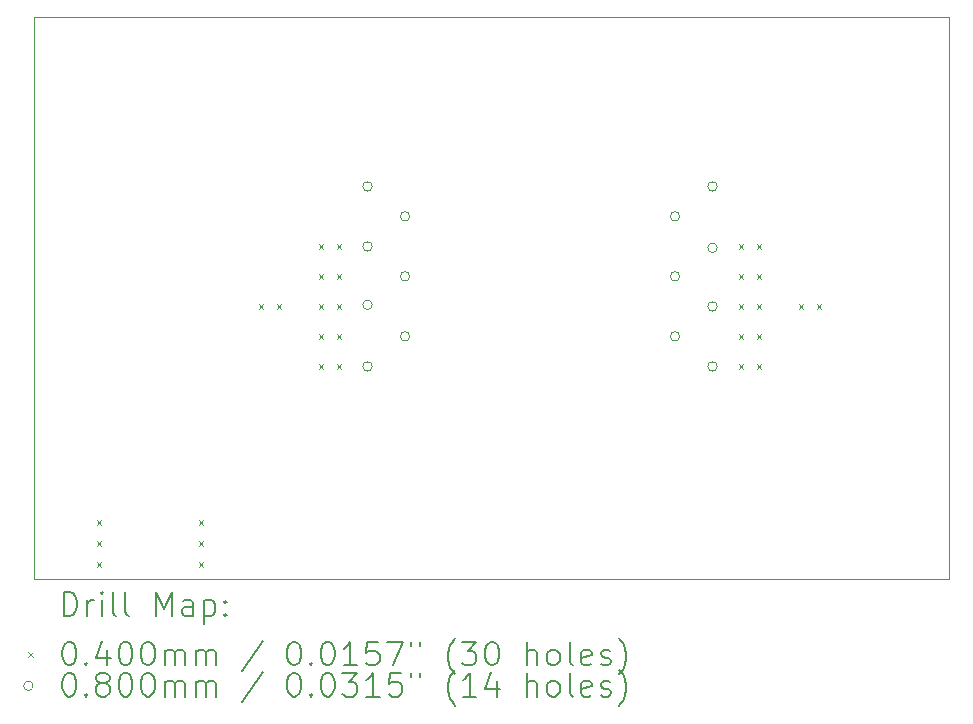
<source format=gbr>
%TF.GenerationSoftware,KiCad,Pcbnew,(6.0.9)*%
%TF.CreationDate,2022-12-04T20:54:06+08:00*%
%TF.ProjectId,kirdyShield,6b697264-7953-4686-9965-6c642e6b6963,rev?*%
%TF.SameCoordinates,Original*%
%TF.FileFunction,Drillmap*%
%TF.FilePolarity,Positive*%
%FSLAX45Y45*%
G04 Gerber Fmt 4.5, Leading zero omitted, Abs format (unit mm)*
G04 Created by KiCad (PCBNEW (6.0.9)) date 2022-12-04 20:54:06*
%MOMM*%
%LPD*%
G01*
G04 APERTURE LIST*
%ADD10C,0.100000*%
%ADD11C,0.200000*%
%ADD12C,0.040000*%
%ADD13C,0.080000*%
G04 APERTURE END LIST*
D10*
X6000000Y-10000000D02*
X6000000Y-14750000D01*
X13750000Y-14750000D02*
X13750000Y-10250000D01*
X13750000Y-10000000D02*
X6000000Y-10000000D01*
X6000000Y-14750000D02*
X13750000Y-14750000D01*
X13750000Y-10250000D02*
X13750000Y-10000000D01*
D11*
D12*
X6533200Y-14254800D02*
X6573200Y-14294800D01*
X6573200Y-14254800D02*
X6533200Y-14294800D01*
X6533200Y-14432600D02*
X6573200Y-14472600D01*
X6573200Y-14432600D02*
X6533200Y-14472600D01*
X6533200Y-14610400D02*
X6573200Y-14650400D01*
X6573200Y-14610400D02*
X6533200Y-14650400D01*
X7396800Y-14254800D02*
X7436800Y-14294800D01*
X7436800Y-14254800D02*
X7396800Y-14294800D01*
X7396800Y-14432600D02*
X7436800Y-14472600D01*
X7436800Y-14432600D02*
X7396800Y-14472600D01*
X7396800Y-14610400D02*
X7436800Y-14650400D01*
X7436800Y-14610400D02*
X7396800Y-14650400D01*
X7904800Y-12426000D02*
X7944800Y-12466000D01*
X7944800Y-12426000D02*
X7904800Y-12466000D01*
X8057200Y-12426000D02*
X8097200Y-12466000D01*
X8097200Y-12426000D02*
X8057200Y-12466000D01*
X8412800Y-11918000D02*
X8452800Y-11958000D01*
X8452800Y-11918000D02*
X8412800Y-11958000D01*
X8412800Y-12172000D02*
X8452800Y-12212000D01*
X8452800Y-12172000D02*
X8412800Y-12212000D01*
X8412800Y-12426000D02*
X8452800Y-12466000D01*
X8452800Y-12426000D02*
X8412800Y-12466000D01*
X8412800Y-12680000D02*
X8452800Y-12720000D01*
X8452800Y-12680000D02*
X8412800Y-12720000D01*
X8412800Y-12934000D02*
X8452800Y-12974000D01*
X8452800Y-12934000D02*
X8412800Y-12974000D01*
X8565200Y-11918000D02*
X8605200Y-11958000D01*
X8605200Y-11918000D02*
X8565200Y-11958000D01*
X8565200Y-12172000D02*
X8605200Y-12212000D01*
X8605200Y-12172000D02*
X8565200Y-12212000D01*
X8565200Y-12426000D02*
X8605200Y-12466000D01*
X8605200Y-12426000D02*
X8565200Y-12466000D01*
X8565200Y-12680000D02*
X8605200Y-12720000D01*
X8605200Y-12680000D02*
X8565200Y-12720000D01*
X8565200Y-12934000D02*
X8605200Y-12974000D01*
X8605200Y-12934000D02*
X8565200Y-12974000D01*
X11968800Y-11918000D02*
X12008800Y-11958000D01*
X12008800Y-11918000D02*
X11968800Y-11958000D01*
X11968800Y-12172000D02*
X12008800Y-12212000D01*
X12008800Y-12172000D02*
X11968800Y-12212000D01*
X11968800Y-12426000D02*
X12008800Y-12466000D01*
X12008800Y-12426000D02*
X11968800Y-12466000D01*
X11968800Y-12680000D02*
X12008800Y-12720000D01*
X12008800Y-12680000D02*
X11968800Y-12720000D01*
X11968800Y-12934000D02*
X12008800Y-12974000D01*
X12008800Y-12934000D02*
X11968800Y-12974000D01*
X12121200Y-11918000D02*
X12161200Y-11958000D01*
X12161200Y-11918000D02*
X12121200Y-11958000D01*
X12121200Y-12172000D02*
X12161200Y-12212000D01*
X12161200Y-12172000D02*
X12121200Y-12212000D01*
X12121200Y-12426000D02*
X12161200Y-12466000D01*
X12161200Y-12426000D02*
X12121200Y-12466000D01*
X12121200Y-12680000D02*
X12161200Y-12720000D01*
X12161200Y-12680000D02*
X12121200Y-12720000D01*
X12121200Y-12934000D02*
X12161200Y-12974000D01*
X12161200Y-12934000D02*
X12121200Y-12974000D01*
X12476800Y-12426000D02*
X12516800Y-12466000D01*
X12516800Y-12426000D02*
X12476800Y-12466000D01*
X12629200Y-12426000D02*
X12669200Y-12466000D01*
X12669200Y-12426000D02*
X12629200Y-12466000D01*
D13*
X8866500Y-11430000D02*
G75*
G03*
X8866500Y-11430000I-40000J0D01*
G01*
X8866500Y-11938000D02*
G75*
G03*
X8866500Y-11938000I-40000J0D01*
G01*
X8866500Y-12433300D02*
G75*
G03*
X8866500Y-12433300I-40000J0D01*
G01*
X8866500Y-12954000D02*
G75*
G03*
X8866500Y-12954000I-40000J0D01*
G01*
X9184000Y-11684000D02*
G75*
G03*
X9184000Y-11684000I-40000J0D01*
G01*
X9184000Y-12192000D02*
G75*
G03*
X9184000Y-12192000I-40000J0D01*
G01*
X9184000Y-12700000D02*
G75*
G03*
X9184000Y-12700000I-40000J0D01*
G01*
X11470000Y-11684000D02*
G75*
G03*
X11470000Y-11684000I-40000J0D01*
G01*
X11470000Y-12192000D02*
G75*
G03*
X11470000Y-12192000I-40000J0D01*
G01*
X11470000Y-12700000D02*
G75*
G03*
X11470000Y-12700000I-40000J0D01*
G01*
X11787500Y-11430000D02*
G75*
G03*
X11787500Y-11430000I-40000J0D01*
G01*
X11787500Y-11950700D02*
G75*
G03*
X11787500Y-11950700I-40000J0D01*
G01*
X11787500Y-12446000D02*
G75*
G03*
X11787500Y-12446000I-40000J0D01*
G01*
X11787500Y-12954000D02*
G75*
G03*
X11787500Y-12954000I-40000J0D01*
G01*
D11*
X6252619Y-15065476D02*
X6252619Y-14865476D01*
X6300238Y-14865476D01*
X6328809Y-14875000D01*
X6347857Y-14894048D01*
X6357381Y-14913095D01*
X6366905Y-14951190D01*
X6366905Y-14979762D01*
X6357381Y-15017857D01*
X6347857Y-15036905D01*
X6328809Y-15055952D01*
X6300238Y-15065476D01*
X6252619Y-15065476D01*
X6452619Y-15065476D02*
X6452619Y-14932143D01*
X6452619Y-14970238D02*
X6462143Y-14951190D01*
X6471667Y-14941667D01*
X6490714Y-14932143D01*
X6509762Y-14932143D01*
X6576428Y-15065476D02*
X6576428Y-14932143D01*
X6576428Y-14865476D02*
X6566905Y-14875000D01*
X6576428Y-14884524D01*
X6585952Y-14875000D01*
X6576428Y-14865476D01*
X6576428Y-14884524D01*
X6700238Y-15065476D02*
X6681190Y-15055952D01*
X6671667Y-15036905D01*
X6671667Y-14865476D01*
X6805000Y-15065476D02*
X6785952Y-15055952D01*
X6776428Y-15036905D01*
X6776428Y-14865476D01*
X7033571Y-15065476D02*
X7033571Y-14865476D01*
X7100238Y-15008333D01*
X7166905Y-14865476D01*
X7166905Y-15065476D01*
X7347857Y-15065476D02*
X7347857Y-14960714D01*
X7338333Y-14941667D01*
X7319286Y-14932143D01*
X7281190Y-14932143D01*
X7262143Y-14941667D01*
X7347857Y-15055952D02*
X7328809Y-15065476D01*
X7281190Y-15065476D01*
X7262143Y-15055952D01*
X7252619Y-15036905D01*
X7252619Y-15017857D01*
X7262143Y-14998809D01*
X7281190Y-14989286D01*
X7328809Y-14989286D01*
X7347857Y-14979762D01*
X7443095Y-14932143D02*
X7443095Y-15132143D01*
X7443095Y-14941667D02*
X7462143Y-14932143D01*
X7500238Y-14932143D01*
X7519286Y-14941667D01*
X7528809Y-14951190D01*
X7538333Y-14970238D01*
X7538333Y-15027381D01*
X7528809Y-15046428D01*
X7519286Y-15055952D01*
X7500238Y-15065476D01*
X7462143Y-15065476D01*
X7443095Y-15055952D01*
X7624048Y-15046428D02*
X7633571Y-15055952D01*
X7624048Y-15065476D01*
X7614524Y-15055952D01*
X7624048Y-15046428D01*
X7624048Y-15065476D01*
X7624048Y-14941667D02*
X7633571Y-14951190D01*
X7624048Y-14960714D01*
X7614524Y-14951190D01*
X7624048Y-14941667D01*
X7624048Y-14960714D01*
D12*
X5955000Y-15375000D02*
X5995000Y-15415000D01*
X5995000Y-15375000D02*
X5955000Y-15415000D01*
D11*
X6290714Y-15285476D02*
X6309762Y-15285476D01*
X6328809Y-15295000D01*
X6338333Y-15304524D01*
X6347857Y-15323571D01*
X6357381Y-15361667D01*
X6357381Y-15409286D01*
X6347857Y-15447381D01*
X6338333Y-15466428D01*
X6328809Y-15475952D01*
X6309762Y-15485476D01*
X6290714Y-15485476D01*
X6271667Y-15475952D01*
X6262143Y-15466428D01*
X6252619Y-15447381D01*
X6243095Y-15409286D01*
X6243095Y-15361667D01*
X6252619Y-15323571D01*
X6262143Y-15304524D01*
X6271667Y-15295000D01*
X6290714Y-15285476D01*
X6443095Y-15466428D02*
X6452619Y-15475952D01*
X6443095Y-15485476D01*
X6433571Y-15475952D01*
X6443095Y-15466428D01*
X6443095Y-15485476D01*
X6624048Y-15352143D02*
X6624048Y-15485476D01*
X6576428Y-15275952D02*
X6528809Y-15418809D01*
X6652619Y-15418809D01*
X6766905Y-15285476D02*
X6785952Y-15285476D01*
X6805000Y-15295000D01*
X6814524Y-15304524D01*
X6824048Y-15323571D01*
X6833571Y-15361667D01*
X6833571Y-15409286D01*
X6824048Y-15447381D01*
X6814524Y-15466428D01*
X6805000Y-15475952D01*
X6785952Y-15485476D01*
X6766905Y-15485476D01*
X6747857Y-15475952D01*
X6738333Y-15466428D01*
X6728809Y-15447381D01*
X6719286Y-15409286D01*
X6719286Y-15361667D01*
X6728809Y-15323571D01*
X6738333Y-15304524D01*
X6747857Y-15295000D01*
X6766905Y-15285476D01*
X6957381Y-15285476D02*
X6976428Y-15285476D01*
X6995476Y-15295000D01*
X7005000Y-15304524D01*
X7014524Y-15323571D01*
X7024048Y-15361667D01*
X7024048Y-15409286D01*
X7014524Y-15447381D01*
X7005000Y-15466428D01*
X6995476Y-15475952D01*
X6976428Y-15485476D01*
X6957381Y-15485476D01*
X6938333Y-15475952D01*
X6928809Y-15466428D01*
X6919286Y-15447381D01*
X6909762Y-15409286D01*
X6909762Y-15361667D01*
X6919286Y-15323571D01*
X6928809Y-15304524D01*
X6938333Y-15295000D01*
X6957381Y-15285476D01*
X7109762Y-15485476D02*
X7109762Y-15352143D01*
X7109762Y-15371190D02*
X7119286Y-15361667D01*
X7138333Y-15352143D01*
X7166905Y-15352143D01*
X7185952Y-15361667D01*
X7195476Y-15380714D01*
X7195476Y-15485476D01*
X7195476Y-15380714D02*
X7205000Y-15361667D01*
X7224048Y-15352143D01*
X7252619Y-15352143D01*
X7271667Y-15361667D01*
X7281190Y-15380714D01*
X7281190Y-15485476D01*
X7376428Y-15485476D02*
X7376428Y-15352143D01*
X7376428Y-15371190D02*
X7385952Y-15361667D01*
X7405000Y-15352143D01*
X7433571Y-15352143D01*
X7452619Y-15361667D01*
X7462143Y-15380714D01*
X7462143Y-15485476D01*
X7462143Y-15380714D02*
X7471667Y-15361667D01*
X7490714Y-15352143D01*
X7519286Y-15352143D01*
X7538333Y-15361667D01*
X7547857Y-15380714D01*
X7547857Y-15485476D01*
X7938333Y-15275952D02*
X7766905Y-15533095D01*
X8195476Y-15285476D02*
X8214524Y-15285476D01*
X8233571Y-15295000D01*
X8243095Y-15304524D01*
X8252619Y-15323571D01*
X8262143Y-15361667D01*
X8262143Y-15409286D01*
X8252619Y-15447381D01*
X8243095Y-15466428D01*
X8233571Y-15475952D01*
X8214524Y-15485476D01*
X8195476Y-15485476D01*
X8176428Y-15475952D01*
X8166905Y-15466428D01*
X8157381Y-15447381D01*
X8147857Y-15409286D01*
X8147857Y-15361667D01*
X8157381Y-15323571D01*
X8166905Y-15304524D01*
X8176428Y-15295000D01*
X8195476Y-15285476D01*
X8347857Y-15466428D02*
X8357381Y-15475952D01*
X8347857Y-15485476D01*
X8338333Y-15475952D01*
X8347857Y-15466428D01*
X8347857Y-15485476D01*
X8481190Y-15285476D02*
X8500238Y-15285476D01*
X8519286Y-15295000D01*
X8528810Y-15304524D01*
X8538333Y-15323571D01*
X8547857Y-15361667D01*
X8547857Y-15409286D01*
X8538333Y-15447381D01*
X8528810Y-15466428D01*
X8519286Y-15475952D01*
X8500238Y-15485476D01*
X8481190Y-15485476D01*
X8462143Y-15475952D01*
X8452619Y-15466428D01*
X8443095Y-15447381D01*
X8433571Y-15409286D01*
X8433571Y-15361667D01*
X8443095Y-15323571D01*
X8452619Y-15304524D01*
X8462143Y-15295000D01*
X8481190Y-15285476D01*
X8738333Y-15485476D02*
X8624048Y-15485476D01*
X8681190Y-15485476D02*
X8681190Y-15285476D01*
X8662143Y-15314048D01*
X8643095Y-15333095D01*
X8624048Y-15342619D01*
X8919286Y-15285476D02*
X8824048Y-15285476D01*
X8814524Y-15380714D01*
X8824048Y-15371190D01*
X8843095Y-15361667D01*
X8890714Y-15361667D01*
X8909762Y-15371190D01*
X8919286Y-15380714D01*
X8928810Y-15399762D01*
X8928810Y-15447381D01*
X8919286Y-15466428D01*
X8909762Y-15475952D01*
X8890714Y-15485476D01*
X8843095Y-15485476D01*
X8824048Y-15475952D01*
X8814524Y-15466428D01*
X8995476Y-15285476D02*
X9128810Y-15285476D01*
X9043095Y-15485476D01*
X9195476Y-15285476D02*
X9195476Y-15323571D01*
X9271667Y-15285476D02*
X9271667Y-15323571D01*
X9566905Y-15561667D02*
X9557381Y-15552143D01*
X9538333Y-15523571D01*
X9528810Y-15504524D01*
X9519286Y-15475952D01*
X9509762Y-15428333D01*
X9509762Y-15390238D01*
X9519286Y-15342619D01*
X9528810Y-15314048D01*
X9538333Y-15295000D01*
X9557381Y-15266428D01*
X9566905Y-15256905D01*
X9624048Y-15285476D02*
X9747857Y-15285476D01*
X9681190Y-15361667D01*
X9709762Y-15361667D01*
X9728810Y-15371190D01*
X9738333Y-15380714D01*
X9747857Y-15399762D01*
X9747857Y-15447381D01*
X9738333Y-15466428D01*
X9728810Y-15475952D01*
X9709762Y-15485476D01*
X9652619Y-15485476D01*
X9633571Y-15475952D01*
X9624048Y-15466428D01*
X9871667Y-15285476D02*
X9890714Y-15285476D01*
X9909762Y-15295000D01*
X9919286Y-15304524D01*
X9928810Y-15323571D01*
X9938333Y-15361667D01*
X9938333Y-15409286D01*
X9928810Y-15447381D01*
X9919286Y-15466428D01*
X9909762Y-15475952D01*
X9890714Y-15485476D01*
X9871667Y-15485476D01*
X9852619Y-15475952D01*
X9843095Y-15466428D01*
X9833571Y-15447381D01*
X9824048Y-15409286D01*
X9824048Y-15361667D01*
X9833571Y-15323571D01*
X9843095Y-15304524D01*
X9852619Y-15295000D01*
X9871667Y-15285476D01*
X10176429Y-15485476D02*
X10176429Y-15285476D01*
X10262143Y-15485476D02*
X10262143Y-15380714D01*
X10252619Y-15361667D01*
X10233571Y-15352143D01*
X10205000Y-15352143D01*
X10185952Y-15361667D01*
X10176429Y-15371190D01*
X10385952Y-15485476D02*
X10366905Y-15475952D01*
X10357381Y-15466428D01*
X10347857Y-15447381D01*
X10347857Y-15390238D01*
X10357381Y-15371190D01*
X10366905Y-15361667D01*
X10385952Y-15352143D01*
X10414524Y-15352143D01*
X10433571Y-15361667D01*
X10443095Y-15371190D01*
X10452619Y-15390238D01*
X10452619Y-15447381D01*
X10443095Y-15466428D01*
X10433571Y-15475952D01*
X10414524Y-15485476D01*
X10385952Y-15485476D01*
X10566905Y-15485476D02*
X10547857Y-15475952D01*
X10538333Y-15456905D01*
X10538333Y-15285476D01*
X10719286Y-15475952D02*
X10700238Y-15485476D01*
X10662143Y-15485476D01*
X10643095Y-15475952D01*
X10633571Y-15456905D01*
X10633571Y-15380714D01*
X10643095Y-15361667D01*
X10662143Y-15352143D01*
X10700238Y-15352143D01*
X10719286Y-15361667D01*
X10728810Y-15380714D01*
X10728810Y-15399762D01*
X10633571Y-15418809D01*
X10805000Y-15475952D02*
X10824048Y-15485476D01*
X10862143Y-15485476D01*
X10881190Y-15475952D01*
X10890714Y-15456905D01*
X10890714Y-15447381D01*
X10881190Y-15428333D01*
X10862143Y-15418809D01*
X10833571Y-15418809D01*
X10814524Y-15409286D01*
X10805000Y-15390238D01*
X10805000Y-15380714D01*
X10814524Y-15361667D01*
X10833571Y-15352143D01*
X10862143Y-15352143D01*
X10881190Y-15361667D01*
X10957381Y-15561667D02*
X10966905Y-15552143D01*
X10985952Y-15523571D01*
X10995476Y-15504524D01*
X11005000Y-15475952D01*
X11014524Y-15428333D01*
X11014524Y-15390238D01*
X11005000Y-15342619D01*
X10995476Y-15314048D01*
X10985952Y-15295000D01*
X10966905Y-15266428D01*
X10957381Y-15256905D01*
D13*
X5995000Y-15659000D02*
G75*
G03*
X5995000Y-15659000I-40000J0D01*
G01*
D11*
X6290714Y-15549476D02*
X6309762Y-15549476D01*
X6328809Y-15559000D01*
X6338333Y-15568524D01*
X6347857Y-15587571D01*
X6357381Y-15625667D01*
X6357381Y-15673286D01*
X6347857Y-15711381D01*
X6338333Y-15730428D01*
X6328809Y-15739952D01*
X6309762Y-15749476D01*
X6290714Y-15749476D01*
X6271667Y-15739952D01*
X6262143Y-15730428D01*
X6252619Y-15711381D01*
X6243095Y-15673286D01*
X6243095Y-15625667D01*
X6252619Y-15587571D01*
X6262143Y-15568524D01*
X6271667Y-15559000D01*
X6290714Y-15549476D01*
X6443095Y-15730428D02*
X6452619Y-15739952D01*
X6443095Y-15749476D01*
X6433571Y-15739952D01*
X6443095Y-15730428D01*
X6443095Y-15749476D01*
X6566905Y-15635190D02*
X6547857Y-15625667D01*
X6538333Y-15616143D01*
X6528809Y-15597095D01*
X6528809Y-15587571D01*
X6538333Y-15568524D01*
X6547857Y-15559000D01*
X6566905Y-15549476D01*
X6605000Y-15549476D01*
X6624048Y-15559000D01*
X6633571Y-15568524D01*
X6643095Y-15587571D01*
X6643095Y-15597095D01*
X6633571Y-15616143D01*
X6624048Y-15625667D01*
X6605000Y-15635190D01*
X6566905Y-15635190D01*
X6547857Y-15644714D01*
X6538333Y-15654238D01*
X6528809Y-15673286D01*
X6528809Y-15711381D01*
X6538333Y-15730428D01*
X6547857Y-15739952D01*
X6566905Y-15749476D01*
X6605000Y-15749476D01*
X6624048Y-15739952D01*
X6633571Y-15730428D01*
X6643095Y-15711381D01*
X6643095Y-15673286D01*
X6633571Y-15654238D01*
X6624048Y-15644714D01*
X6605000Y-15635190D01*
X6766905Y-15549476D02*
X6785952Y-15549476D01*
X6805000Y-15559000D01*
X6814524Y-15568524D01*
X6824048Y-15587571D01*
X6833571Y-15625667D01*
X6833571Y-15673286D01*
X6824048Y-15711381D01*
X6814524Y-15730428D01*
X6805000Y-15739952D01*
X6785952Y-15749476D01*
X6766905Y-15749476D01*
X6747857Y-15739952D01*
X6738333Y-15730428D01*
X6728809Y-15711381D01*
X6719286Y-15673286D01*
X6719286Y-15625667D01*
X6728809Y-15587571D01*
X6738333Y-15568524D01*
X6747857Y-15559000D01*
X6766905Y-15549476D01*
X6957381Y-15549476D02*
X6976428Y-15549476D01*
X6995476Y-15559000D01*
X7005000Y-15568524D01*
X7014524Y-15587571D01*
X7024048Y-15625667D01*
X7024048Y-15673286D01*
X7014524Y-15711381D01*
X7005000Y-15730428D01*
X6995476Y-15739952D01*
X6976428Y-15749476D01*
X6957381Y-15749476D01*
X6938333Y-15739952D01*
X6928809Y-15730428D01*
X6919286Y-15711381D01*
X6909762Y-15673286D01*
X6909762Y-15625667D01*
X6919286Y-15587571D01*
X6928809Y-15568524D01*
X6938333Y-15559000D01*
X6957381Y-15549476D01*
X7109762Y-15749476D02*
X7109762Y-15616143D01*
X7109762Y-15635190D02*
X7119286Y-15625667D01*
X7138333Y-15616143D01*
X7166905Y-15616143D01*
X7185952Y-15625667D01*
X7195476Y-15644714D01*
X7195476Y-15749476D01*
X7195476Y-15644714D02*
X7205000Y-15625667D01*
X7224048Y-15616143D01*
X7252619Y-15616143D01*
X7271667Y-15625667D01*
X7281190Y-15644714D01*
X7281190Y-15749476D01*
X7376428Y-15749476D02*
X7376428Y-15616143D01*
X7376428Y-15635190D02*
X7385952Y-15625667D01*
X7405000Y-15616143D01*
X7433571Y-15616143D01*
X7452619Y-15625667D01*
X7462143Y-15644714D01*
X7462143Y-15749476D01*
X7462143Y-15644714D02*
X7471667Y-15625667D01*
X7490714Y-15616143D01*
X7519286Y-15616143D01*
X7538333Y-15625667D01*
X7547857Y-15644714D01*
X7547857Y-15749476D01*
X7938333Y-15539952D02*
X7766905Y-15797095D01*
X8195476Y-15549476D02*
X8214524Y-15549476D01*
X8233571Y-15559000D01*
X8243095Y-15568524D01*
X8252619Y-15587571D01*
X8262143Y-15625667D01*
X8262143Y-15673286D01*
X8252619Y-15711381D01*
X8243095Y-15730428D01*
X8233571Y-15739952D01*
X8214524Y-15749476D01*
X8195476Y-15749476D01*
X8176428Y-15739952D01*
X8166905Y-15730428D01*
X8157381Y-15711381D01*
X8147857Y-15673286D01*
X8147857Y-15625667D01*
X8157381Y-15587571D01*
X8166905Y-15568524D01*
X8176428Y-15559000D01*
X8195476Y-15549476D01*
X8347857Y-15730428D02*
X8357381Y-15739952D01*
X8347857Y-15749476D01*
X8338333Y-15739952D01*
X8347857Y-15730428D01*
X8347857Y-15749476D01*
X8481190Y-15549476D02*
X8500238Y-15549476D01*
X8519286Y-15559000D01*
X8528810Y-15568524D01*
X8538333Y-15587571D01*
X8547857Y-15625667D01*
X8547857Y-15673286D01*
X8538333Y-15711381D01*
X8528810Y-15730428D01*
X8519286Y-15739952D01*
X8500238Y-15749476D01*
X8481190Y-15749476D01*
X8462143Y-15739952D01*
X8452619Y-15730428D01*
X8443095Y-15711381D01*
X8433571Y-15673286D01*
X8433571Y-15625667D01*
X8443095Y-15587571D01*
X8452619Y-15568524D01*
X8462143Y-15559000D01*
X8481190Y-15549476D01*
X8614524Y-15549476D02*
X8738333Y-15549476D01*
X8671667Y-15625667D01*
X8700238Y-15625667D01*
X8719286Y-15635190D01*
X8728810Y-15644714D01*
X8738333Y-15663762D01*
X8738333Y-15711381D01*
X8728810Y-15730428D01*
X8719286Y-15739952D01*
X8700238Y-15749476D01*
X8643095Y-15749476D01*
X8624048Y-15739952D01*
X8614524Y-15730428D01*
X8928810Y-15749476D02*
X8814524Y-15749476D01*
X8871667Y-15749476D02*
X8871667Y-15549476D01*
X8852619Y-15578048D01*
X8833571Y-15597095D01*
X8814524Y-15606619D01*
X9109762Y-15549476D02*
X9014524Y-15549476D01*
X9005000Y-15644714D01*
X9014524Y-15635190D01*
X9033571Y-15625667D01*
X9081190Y-15625667D01*
X9100238Y-15635190D01*
X9109762Y-15644714D01*
X9119286Y-15663762D01*
X9119286Y-15711381D01*
X9109762Y-15730428D01*
X9100238Y-15739952D01*
X9081190Y-15749476D01*
X9033571Y-15749476D01*
X9014524Y-15739952D01*
X9005000Y-15730428D01*
X9195476Y-15549476D02*
X9195476Y-15587571D01*
X9271667Y-15549476D02*
X9271667Y-15587571D01*
X9566905Y-15825667D02*
X9557381Y-15816143D01*
X9538333Y-15787571D01*
X9528810Y-15768524D01*
X9519286Y-15739952D01*
X9509762Y-15692333D01*
X9509762Y-15654238D01*
X9519286Y-15606619D01*
X9528810Y-15578048D01*
X9538333Y-15559000D01*
X9557381Y-15530428D01*
X9566905Y-15520905D01*
X9747857Y-15749476D02*
X9633571Y-15749476D01*
X9690714Y-15749476D02*
X9690714Y-15549476D01*
X9671667Y-15578048D01*
X9652619Y-15597095D01*
X9633571Y-15606619D01*
X9919286Y-15616143D02*
X9919286Y-15749476D01*
X9871667Y-15539952D02*
X9824048Y-15682809D01*
X9947857Y-15682809D01*
X10176429Y-15749476D02*
X10176429Y-15549476D01*
X10262143Y-15749476D02*
X10262143Y-15644714D01*
X10252619Y-15625667D01*
X10233571Y-15616143D01*
X10205000Y-15616143D01*
X10185952Y-15625667D01*
X10176429Y-15635190D01*
X10385952Y-15749476D02*
X10366905Y-15739952D01*
X10357381Y-15730428D01*
X10347857Y-15711381D01*
X10347857Y-15654238D01*
X10357381Y-15635190D01*
X10366905Y-15625667D01*
X10385952Y-15616143D01*
X10414524Y-15616143D01*
X10433571Y-15625667D01*
X10443095Y-15635190D01*
X10452619Y-15654238D01*
X10452619Y-15711381D01*
X10443095Y-15730428D01*
X10433571Y-15739952D01*
X10414524Y-15749476D01*
X10385952Y-15749476D01*
X10566905Y-15749476D02*
X10547857Y-15739952D01*
X10538333Y-15720905D01*
X10538333Y-15549476D01*
X10719286Y-15739952D02*
X10700238Y-15749476D01*
X10662143Y-15749476D01*
X10643095Y-15739952D01*
X10633571Y-15720905D01*
X10633571Y-15644714D01*
X10643095Y-15625667D01*
X10662143Y-15616143D01*
X10700238Y-15616143D01*
X10719286Y-15625667D01*
X10728810Y-15644714D01*
X10728810Y-15663762D01*
X10633571Y-15682809D01*
X10805000Y-15739952D02*
X10824048Y-15749476D01*
X10862143Y-15749476D01*
X10881190Y-15739952D01*
X10890714Y-15720905D01*
X10890714Y-15711381D01*
X10881190Y-15692333D01*
X10862143Y-15682809D01*
X10833571Y-15682809D01*
X10814524Y-15673286D01*
X10805000Y-15654238D01*
X10805000Y-15644714D01*
X10814524Y-15625667D01*
X10833571Y-15616143D01*
X10862143Y-15616143D01*
X10881190Y-15625667D01*
X10957381Y-15825667D02*
X10966905Y-15816143D01*
X10985952Y-15787571D01*
X10995476Y-15768524D01*
X11005000Y-15739952D01*
X11014524Y-15692333D01*
X11014524Y-15654238D01*
X11005000Y-15606619D01*
X10995476Y-15578048D01*
X10985952Y-15559000D01*
X10966905Y-15530428D01*
X10957381Y-15520905D01*
M02*

</source>
